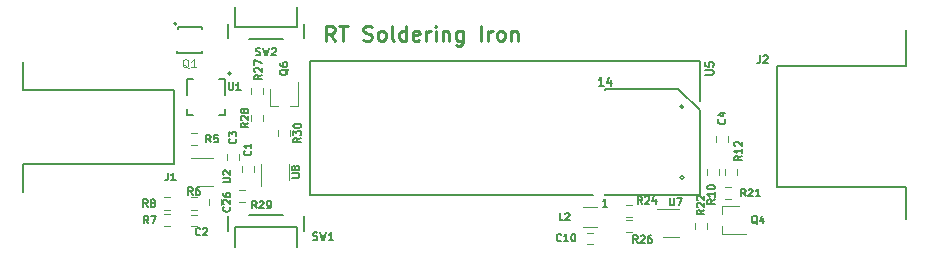
<source format=gto>
G04 #@! TF.FileFunction,Legend,Top*
%FSLAX46Y46*%
G04 Gerber Fmt 4.6, Leading zero omitted, Abs format (unit mm)*
G04 Created by KiCad (PCBNEW 4.0.7) date Sun Oct 15 21:52:05 2017*
%MOMM*%
%LPD*%
G01*
G04 APERTURE LIST*
%ADD10C,0.100000*%
%ADD11C,0.254000*%
%ADD12C,0.150000*%
%ADD13C,0.120000*%
%ADD14C,0.127000*%
%ADD15C,0.125000*%
G04 APERTURE END LIST*
D10*
D11*
X142989904Y-89220524D02*
X142566571Y-88615762D01*
X142264190Y-89220524D02*
X142264190Y-87950524D01*
X142747999Y-87950524D01*
X142868952Y-88011000D01*
X142929428Y-88071476D01*
X142989904Y-88192429D01*
X142989904Y-88373857D01*
X142929428Y-88494810D01*
X142868952Y-88555286D01*
X142747999Y-88615762D01*
X142264190Y-88615762D01*
X143352761Y-87950524D02*
X144078476Y-87950524D01*
X143715619Y-89220524D02*
X143715619Y-87950524D01*
X145408952Y-89160048D02*
X145590380Y-89220524D01*
X145892761Y-89220524D01*
X146013714Y-89160048D01*
X146074190Y-89099571D01*
X146134666Y-88978619D01*
X146134666Y-88857667D01*
X146074190Y-88736714D01*
X146013714Y-88676238D01*
X145892761Y-88615762D01*
X145650857Y-88555286D01*
X145529904Y-88494810D01*
X145469428Y-88434333D01*
X145408952Y-88313381D01*
X145408952Y-88192429D01*
X145469428Y-88071476D01*
X145529904Y-88011000D01*
X145650857Y-87950524D01*
X145953237Y-87950524D01*
X146134666Y-88011000D01*
X146860381Y-89220524D02*
X146739428Y-89160048D01*
X146678952Y-89099571D01*
X146618476Y-88978619D01*
X146618476Y-88615762D01*
X146678952Y-88494810D01*
X146739428Y-88434333D01*
X146860381Y-88373857D01*
X147041809Y-88373857D01*
X147162761Y-88434333D01*
X147223238Y-88494810D01*
X147283714Y-88615762D01*
X147283714Y-88978619D01*
X147223238Y-89099571D01*
X147162761Y-89160048D01*
X147041809Y-89220524D01*
X146860381Y-89220524D01*
X148009429Y-89220524D02*
X147888476Y-89160048D01*
X147828000Y-89039095D01*
X147828000Y-87950524D01*
X149037524Y-89220524D02*
X149037524Y-87950524D01*
X149037524Y-89160048D02*
X148916571Y-89220524D01*
X148674667Y-89220524D01*
X148553714Y-89160048D01*
X148493238Y-89099571D01*
X148432762Y-88978619D01*
X148432762Y-88615762D01*
X148493238Y-88494810D01*
X148553714Y-88434333D01*
X148674667Y-88373857D01*
X148916571Y-88373857D01*
X149037524Y-88434333D01*
X150126095Y-89160048D02*
X150005143Y-89220524D01*
X149763238Y-89220524D01*
X149642286Y-89160048D01*
X149581810Y-89039095D01*
X149581810Y-88555286D01*
X149642286Y-88434333D01*
X149763238Y-88373857D01*
X150005143Y-88373857D01*
X150126095Y-88434333D01*
X150186572Y-88555286D01*
X150186572Y-88676238D01*
X149581810Y-88797190D01*
X150730857Y-89220524D02*
X150730857Y-88373857D01*
X150730857Y-88615762D02*
X150791333Y-88494810D01*
X150851809Y-88434333D01*
X150972762Y-88373857D01*
X151093714Y-88373857D01*
X151517047Y-89220524D02*
X151517047Y-88373857D01*
X151517047Y-87950524D02*
X151456571Y-88011000D01*
X151517047Y-88071476D01*
X151577523Y-88011000D01*
X151517047Y-87950524D01*
X151517047Y-88071476D01*
X152121809Y-88373857D02*
X152121809Y-89220524D01*
X152121809Y-88494810D02*
X152182285Y-88434333D01*
X152303238Y-88373857D01*
X152484666Y-88373857D01*
X152605618Y-88434333D01*
X152666095Y-88555286D01*
X152666095Y-89220524D01*
X153815143Y-88373857D02*
X153815143Y-89401952D01*
X153754666Y-89522905D01*
X153694190Y-89583381D01*
X153573238Y-89643857D01*
X153391809Y-89643857D01*
X153270857Y-89583381D01*
X153815143Y-89160048D02*
X153694190Y-89220524D01*
X153452286Y-89220524D01*
X153331333Y-89160048D01*
X153270857Y-89099571D01*
X153210381Y-88978619D01*
X153210381Y-88615762D01*
X153270857Y-88494810D01*
X153331333Y-88434333D01*
X153452286Y-88373857D01*
X153694190Y-88373857D01*
X153815143Y-88434333D01*
X155387524Y-89220524D02*
X155387524Y-87950524D01*
X155992286Y-89220524D02*
X155992286Y-88373857D01*
X155992286Y-88615762D02*
X156052762Y-88494810D01*
X156113238Y-88434333D01*
X156234191Y-88373857D01*
X156355143Y-88373857D01*
X156959905Y-89220524D02*
X156838952Y-89160048D01*
X156778476Y-89099571D01*
X156718000Y-88978619D01*
X156718000Y-88615762D01*
X156778476Y-88494810D01*
X156838952Y-88434333D01*
X156959905Y-88373857D01*
X157141333Y-88373857D01*
X157262285Y-88434333D01*
X157322762Y-88494810D01*
X157383238Y-88615762D01*
X157383238Y-88978619D01*
X157322762Y-89099571D01*
X157262285Y-89160048D01*
X157141333Y-89220524D01*
X156959905Y-89220524D01*
X157927524Y-88373857D02*
X157927524Y-89220524D01*
X157927524Y-88494810D02*
X157988000Y-88434333D01*
X158108953Y-88373857D01*
X158290381Y-88373857D01*
X158411333Y-88434333D01*
X158471810Y-88555286D01*
X158471810Y-89220524D01*
D12*
X134180000Y-91980000D02*
G75*
G03X134180000Y-91980000I-100000J0D01*
G01*
X133680000Y-92480000D02*
X133180000Y-92480000D01*
X133680000Y-93780000D02*
X133680000Y-92480000D01*
X130480000Y-92480000D02*
X130980000Y-92480000D01*
X130480000Y-93780000D02*
X130480000Y-92480000D01*
X130480000Y-95480000D02*
X130480000Y-94980000D01*
X130980000Y-95480000D02*
X130480000Y-95480000D01*
X133680000Y-95480000D02*
X133180000Y-95480000D01*
X133680000Y-94980000D02*
X133680000Y-95480000D01*
D13*
X133896000Y-98810000D02*
X133896000Y-99310000D01*
X134836000Y-99310000D02*
X134836000Y-98810000D01*
X175298000Y-97286000D02*
X175298000Y-97786000D01*
X176238000Y-97786000D02*
X176238000Y-97286000D01*
X164842000Y-105448000D02*
X164342000Y-105448000D01*
X164342000Y-106388000D02*
X164842000Y-106388000D01*
X163992000Y-103260000D02*
X165192000Y-103260000D01*
X165192000Y-105020000D02*
X163992000Y-105020000D01*
X130814000Y-98066000D02*
X131314000Y-98066000D01*
X131314000Y-97006000D02*
X130814000Y-97006000D01*
X130814000Y-103527000D02*
X131314000Y-103527000D01*
X131314000Y-102467000D02*
X130814000Y-102467000D01*
X129028000Y-103864000D02*
X128528000Y-103864000D01*
X128528000Y-104924000D02*
X129028000Y-104924000D01*
X128528000Y-103527000D02*
X129028000Y-103527000D01*
X129028000Y-102467000D02*
X128528000Y-102467000D01*
X174476000Y-100080000D02*
X174476000Y-100580000D01*
X175536000Y-100580000D02*
X175536000Y-100080000D01*
X177060000Y-100580000D02*
X177060000Y-100080000D01*
X176000000Y-100080000D02*
X176000000Y-100580000D01*
D12*
X129583000Y-87754000D02*
G75*
G03X129583000Y-87754000I-100000J0D01*
G01*
X129583000Y-90254000D02*
X129583000Y-90054000D01*
X131783000Y-90254000D02*
X129583000Y-90254000D01*
X131783000Y-90054000D02*
X131783000Y-90254000D01*
X129683000Y-88054000D02*
X129683000Y-88254000D01*
X131783000Y-88054000D02*
X129683000Y-88054000D01*
X131783000Y-88254000D02*
X131783000Y-88054000D01*
D13*
X132696000Y-99170000D02*
X130796000Y-99170000D01*
X131296000Y-101490000D02*
X132696000Y-101490000D01*
X133312000Y-103120000D02*
X133312000Y-102620000D01*
X132372000Y-102620000D02*
X132372000Y-103120000D01*
D12*
X116586000Y-99620000D02*
X116586000Y-102020000D01*
X116586000Y-93420000D02*
X116586000Y-91020000D01*
X129386000Y-99620000D02*
X116586000Y-99620000D01*
X129386000Y-93420000D02*
X129386000Y-99620000D01*
X116586000Y-93420000D02*
X129386000Y-93420000D01*
X191310000Y-91320000D02*
X191310000Y-88320000D01*
X191310000Y-101620000D02*
X191310000Y-104320000D01*
X180410000Y-91320000D02*
X191310000Y-91320000D01*
X180410000Y-101620000D02*
X180410000Y-91320000D01*
X191310000Y-101620000D02*
X180410000Y-101620000D01*
X164870000Y-102290000D02*
X140870000Y-102290000D01*
X173870000Y-90890000D02*
X173870000Y-94290000D01*
X140870000Y-90890000D02*
X173870000Y-90890000D01*
X140870000Y-102290000D02*
X140870000Y-90890000D01*
X172511421Y-100790000D02*
G75*
G03X172511421Y-100790000I-141421J0D01*
G01*
X172511421Y-94790000D02*
G75*
G03X172511421Y-94790000I-141421J0D01*
G01*
X172070000Y-93290000D02*
X173870000Y-95090000D01*
X165870000Y-93290000D02*
X165870000Y-93390000D01*
X172070000Y-93290000D02*
X165870000Y-93290000D01*
X173870000Y-102290000D02*
X173870000Y-95090000D01*
X165870000Y-102290000D02*
X173870000Y-102290000D01*
X165870000Y-102190000D02*
X165870000Y-102290000D01*
D13*
X175800000Y-103894000D02*
X175800000Y-103234000D01*
X175800000Y-105554000D02*
X175800000Y-104894000D01*
X175800000Y-105554000D02*
X177830000Y-105554000D01*
X177210000Y-103234000D02*
X175800000Y-103234000D01*
X138184000Y-94710000D02*
X137524000Y-94710000D01*
X139844000Y-94710000D02*
X139184000Y-94710000D01*
X139844000Y-94710000D02*
X139844000Y-92680000D01*
X137524000Y-93300000D02*
X137524000Y-94710000D01*
X176026000Y-102638000D02*
X176526000Y-102638000D01*
X176526000Y-101578000D02*
X176026000Y-101578000D01*
X173460000Y-104652000D02*
X173460000Y-105152000D01*
X174520000Y-105152000D02*
X174520000Y-104652000D01*
X168144000Y-103102000D02*
X167644000Y-103102000D01*
X167644000Y-104162000D02*
X168144000Y-104162000D01*
X168144000Y-104372000D02*
X167644000Y-104372000D01*
X167644000Y-105432000D02*
X168144000Y-105432000D01*
X136928000Y-93722000D02*
X136928000Y-93222000D01*
X135868000Y-93222000D02*
X135868000Y-93722000D01*
X136928000Y-96008000D02*
X136928000Y-95508000D01*
X135868000Y-95508000D02*
X135868000Y-96008000D01*
X135378000Y-101832000D02*
X134878000Y-101832000D01*
X134878000Y-102892000D02*
X135378000Y-102892000D01*
X139214000Y-97278000D02*
X139214000Y-96778000D01*
X138154000Y-96778000D02*
X138154000Y-97278000D01*
D12*
X133960000Y-88960000D02*
X133960000Y-87760000D01*
X138560000Y-89060000D02*
X135760000Y-89060000D01*
X140360000Y-87760000D02*
X140360000Y-88960000D01*
X139760000Y-88060000D02*
X139760000Y-86360000D01*
X134560000Y-88060000D02*
X134560000Y-86360000D01*
X139760000Y-88060000D02*
X134560000Y-88060000D01*
D13*
X172150000Y-103488000D02*
X170250000Y-103488000D01*
X170750000Y-105808000D02*
X172150000Y-105808000D01*
X136762000Y-99630000D02*
X136762000Y-101530000D01*
X139082000Y-101030000D02*
X139082000Y-99630000D01*
D12*
X140360000Y-104080000D02*
X140360000Y-105280000D01*
X135760000Y-103980000D02*
X138560000Y-103980000D01*
X133960000Y-105280000D02*
X133960000Y-104080000D01*
X134560000Y-104980000D02*
X134560000Y-106680000D01*
X139760000Y-104980000D02*
X139760000Y-106680000D01*
X134560000Y-104980000D02*
X139760000Y-104980000D01*
D13*
X135166000Y-99826000D02*
X135166000Y-100326000D01*
X136106000Y-100326000D02*
X136106000Y-99826000D01*
X131314000Y-103924000D02*
X130814000Y-103924000D01*
X130814000Y-104864000D02*
X131314000Y-104864000D01*
D14*
X134009190Y-92743262D02*
X134009190Y-93257310D01*
X134039429Y-93317786D01*
X134069667Y-93348024D01*
X134130143Y-93378262D01*
X134251095Y-93378262D01*
X134311571Y-93348024D01*
X134341810Y-93317786D01*
X134372048Y-93257310D01*
X134372048Y-92743262D01*
X135007048Y-93378262D02*
X134644190Y-93378262D01*
X134825619Y-93378262D02*
X134825619Y-92743262D01*
X134765143Y-92833976D01*
X134704667Y-92894452D01*
X134644190Y-92924690D01*
X134592786Y-97514833D02*
X134623024Y-97545071D01*
X134653262Y-97635786D01*
X134653262Y-97696262D01*
X134623024Y-97786976D01*
X134562548Y-97847452D01*
X134502071Y-97877691D01*
X134381119Y-97907929D01*
X134290405Y-97907929D01*
X134169452Y-97877691D01*
X134108976Y-97847452D01*
X134048500Y-97786976D01*
X134018262Y-97696262D01*
X134018262Y-97635786D01*
X134048500Y-97545071D01*
X134078738Y-97514833D01*
X134018262Y-97303167D02*
X134018262Y-96910071D01*
X134260167Y-97121738D01*
X134260167Y-97031024D01*
X134290405Y-96970548D01*
X134320643Y-96940310D01*
X134381119Y-96910071D01*
X134532310Y-96910071D01*
X134592786Y-96940310D01*
X134623024Y-96970548D01*
X134653262Y-97031024D01*
X134653262Y-97212452D01*
X134623024Y-97272929D01*
X134592786Y-97303167D01*
X175994786Y-95863833D02*
X176025024Y-95894071D01*
X176055262Y-95984786D01*
X176055262Y-96045262D01*
X176025024Y-96135976D01*
X175964548Y-96196452D01*
X175904071Y-96226691D01*
X175783119Y-96256929D01*
X175692405Y-96256929D01*
X175571452Y-96226691D01*
X175510976Y-96196452D01*
X175450500Y-96135976D01*
X175420262Y-96045262D01*
X175420262Y-95984786D01*
X175450500Y-95894071D01*
X175480738Y-95863833D01*
X175631929Y-95319548D02*
X176055262Y-95319548D01*
X175390024Y-95470738D02*
X175843595Y-95621929D01*
X175843595Y-95228833D01*
X162151786Y-106144786D02*
X162121548Y-106175024D01*
X162030833Y-106205262D01*
X161970357Y-106205262D01*
X161879643Y-106175024D01*
X161819167Y-106114548D01*
X161788928Y-106054071D01*
X161758690Y-105933119D01*
X161758690Y-105842405D01*
X161788928Y-105721452D01*
X161819167Y-105660976D01*
X161879643Y-105600500D01*
X161970357Y-105570262D01*
X162030833Y-105570262D01*
X162121548Y-105600500D01*
X162151786Y-105630738D01*
X162756548Y-106205262D02*
X162393690Y-106205262D01*
X162575119Y-106205262D02*
X162575119Y-105570262D01*
X162514643Y-105660976D01*
X162454167Y-105721452D01*
X162393690Y-105751690D01*
X163149643Y-105570262D02*
X163210119Y-105570262D01*
X163270595Y-105600500D01*
X163300833Y-105630738D01*
X163331071Y-105691214D01*
X163361310Y-105812167D01*
X163361310Y-105963357D01*
X163331071Y-106084310D01*
X163300833Y-106144786D01*
X163270595Y-106175024D01*
X163210119Y-106205262D01*
X163149643Y-106205262D01*
X163089167Y-106175024D01*
X163058929Y-106144786D01*
X163028690Y-106084310D01*
X162998452Y-105963357D01*
X162998452Y-105812167D01*
X163028690Y-105691214D01*
X163058929Y-105630738D01*
X163089167Y-105600500D01*
X163149643Y-105570262D01*
X162327166Y-104427262D02*
X162024785Y-104427262D01*
X162024785Y-103792262D01*
X162508595Y-103852738D02*
X162538833Y-103822500D01*
X162599310Y-103792262D01*
X162750500Y-103792262D01*
X162810976Y-103822500D01*
X162841214Y-103852738D01*
X162871453Y-103913214D01*
X162871453Y-103973690D01*
X162841214Y-104064405D01*
X162478357Y-104427262D01*
X162871453Y-104427262D01*
X132482167Y-97823262D02*
X132270500Y-97520881D01*
X132119309Y-97823262D02*
X132119309Y-97188262D01*
X132361214Y-97188262D01*
X132421690Y-97218500D01*
X132451929Y-97248738D01*
X132482167Y-97309214D01*
X132482167Y-97399929D01*
X132451929Y-97460405D01*
X132421690Y-97490643D01*
X132361214Y-97520881D01*
X132119309Y-97520881D01*
X133056690Y-97188262D02*
X132754309Y-97188262D01*
X132724071Y-97490643D01*
X132754309Y-97460405D01*
X132814786Y-97430167D01*
X132965976Y-97430167D01*
X133026452Y-97460405D01*
X133056690Y-97490643D01*
X133086929Y-97551119D01*
X133086929Y-97702310D01*
X133056690Y-97762786D01*
X133026452Y-97793024D01*
X132965976Y-97823262D01*
X132814786Y-97823262D01*
X132754309Y-97793024D01*
X132724071Y-97762786D01*
X130958167Y-102268262D02*
X130746500Y-101965881D01*
X130595309Y-102268262D02*
X130595309Y-101633262D01*
X130837214Y-101633262D01*
X130897690Y-101663500D01*
X130927929Y-101693738D01*
X130958167Y-101754214D01*
X130958167Y-101844929D01*
X130927929Y-101905405D01*
X130897690Y-101935643D01*
X130837214Y-101965881D01*
X130595309Y-101965881D01*
X131502452Y-101633262D02*
X131381500Y-101633262D01*
X131321024Y-101663500D01*
X131290786Y-101693738D01*
X131230309Y-101784452D01*
X131200071Y-101905405D01*
X131200071Y-102147310D01*
X131230309Y-102207786D01*
X131260548Y-102238024D01*
X131321024Y-102268262D01*
X131441976Y-102268262D01*
X131502452Y-102238024D01*
X131532690Y-102207786D01*
X131562929Y-102147310D01*
X131562929Y-101996119D01*
X131532690Y-101935643D01*
X131502452Y-101905405D01*
X131441976Y-101875167D01*
X131321024Y-101875167D01*
X131260548Y-101905405D01*
X131230309Y-101935643D01*
X131200071Y-101996119D01*
X127206167Y-104681262D02*
X126994500Y-104378881D01*
X126843309Y-104681262D02*
X126843309Y-104046262D01*
X127085214Y-104046262D01*
X127145690Y-104076500D01*
X127175929Y-104106738D01*
X127206167Y-104167214D01*
X127206167Y-104257929D01*
X127175929Y-104318405D01*
X127145690Y-104348643D01*
X127085214Y-104378881D01*
X126843309Y-104378881D01*
X127417833Y-104046262D02*
X127841167Y-104046262D01*
X127569024Y-104681262D01*
X127148167Y-103284262D02*
X126936500Y-102981881D01*
X126785309Y-103284262D02*
X126785309Y-102649262D01*
X127027214Y-102649262D01*
X127087690Y-102679500D01*
X127117929Y-102709738D01*
X127148167Y-102770214D01*
X127148167Y-102860929D01*
X127117929Y-102921405D01*
X127087690Y-102951643D01*
X127027214Y-102981881D01*
X126785309Y-102981881D01*
X127511024Y-102921405D02*
X127450548Y-102891167D01*
X127420309Y-102860929D01*
X127390071Y-102800452D01*
X127390071Y-102770214D01*
X127420309Y-102709738D01*
X127450548Y-102679500D01*
X127511024Y-102649262D01*
X127631976Y-102649262D01*
X127692452Y-102679500D01*
X127722690Y-102709738D01*
X127752929Y-102770214D01*
X127752929Y-102800452D01*
X127722690Y-102860929D01*
X127692452Y-102891167D01*
X127631976Y-102921405D01*
X127511024Y-102921405D01*
X127450548Y-102951643D01*
X127420309Y-102981881D01*
X127390071Y-103042357D01*
X127390071Y-103163310D01*
X127420309Y-103223786D01*
X127450548Y-103254024D01*
X127511024Y-103284262D01*
X127631976Y-103284262D01*
X127692452Y-103254024D01*
X127722690Y-103223786D01*
X127752929Y-103163310D01*
X127752929Y-103042357D01*
X127722690Y-102981881D01*
X127692452Y-102951643D01*
X127631976Y-102921405D01*
X175166262Y-102643214D02*
X174863881Y-102854881D01*
X175166262Y-103006072D02*
X174531262Y-103006072D01*
X174531262Y-102764167D01*
X174561500Y-102703691D01*
X174591738Y-102673452D01*
X174652214Y-102643214D01*
X174742929Y-102643214D01*
X174803405Y-102673452D01*
X174833643Y-102703691D01*
X174863881Y-102764167D01*
X174863881Y-103006072D01*
X175166262Y-102038452D02*
X175166262Y-102401310D01*
X175166262Y-102219881D02*
X174531262Y-102219881D01*
X174621976Y-102280357D01*
X174682452Y-102340833D01*
X174712690Y-102401310D01*
X174531262Y-101645357D02*
X174531262Y-101584881D01*
X174561500Y-101524405D01*
X174591738Y-101494167D01*
X174652214Y-101463929D01*
X174773167Y-101433690D01*
X174924357Y-101433690D01*
X175045310Y-101463929D01*
X175105786Y-101494167D01*
X175136024Y-101524405D01*
X175166262Y-101584881D01*
X175166262Y-101645357D01*
X175136024Y-101705833D01*
X175105786Y-101736071D01*
X175045310Y-101766310D01*
X174924357Y-101796548D01*
X174773167Y-101796548D01*
X174652214Y-101766310D01*
X174591738Y-101736071D01*
X174561500Y-101705833D01*
X174531262Y-101645357D01*
X177452262Y-98960214D02*
X177149881Y-99171881D01*
X177452262Y-99323072D02*
X176817262Y-99323072D01*
X176817262Y-99081167D01*
X176847500Y-99020691D01*
X176877738Y-98990452D01*
X176938214Y-98960214D01*
X177028929Y-98960214D01*
X177089405Y-98990452D01*
X177119643Y-99020691D01*
X177149881Y-99081167D01*
X177149881Y-99323072D01*
X177452262Y-98355452D02*
X177452262Y-98718310D01*
X177452262Y-98536881D02*
X176817262Y-98536881D01*
X176907976Y-98597357D01*
X176968452Y-98657833D01*
X176998690Y-98718310D01*
X176877738Y-98113548D02*
X176847500Y-98083310D01*
X176817262Y-98022833D01*
X176817262Y-97871643D01*
X176847500Y-97811167D01*
X176877738Y-97780929D01*
X176938214Y-97750690D01*
X176998690Y-97750690D01*
X177089405Y-97780929D01*
X177452262Y-98143786D01*
X177452262Y-97750690D01*
D15*
X130616333Y-91537333D02*
X130549667Y-91504000D01*
X130483000Y-91437333D01*
X130383000Y-91337333D01*
X130316333Y-91304000D01*
X130249667Y-91304000D01*
X130283000Y-91470667D02*
X130216333Y-91437333D01*
X130149667Y-91370667D01*
X130116333Y-91237333D01*
X130116333Y-91004000D01*
X130149667Y-90870667D01*
X130216333Y-90804000D01*
X130283000Y-90770667D01*
X130416333Y-90770667D01*
X130483000Y-90804000D01*
X130549667Y-90870667D01*
X130583000Y-91004000D01*
X130583000Y-91237333D01*
X130549667Y-91370667D01*
X130483000Y-91437333D01*
X130416333Y-91470667D01*
X130283000Y-91470667D01*
X131249666Y-91470667D02*
X130849666Y-91470667D01*
X131049666Y-91470667D02*
X131049666Y-90770667D01*
X130983000Y-90870667D01*
X130916333Y-90937333D01*
X130849666Y-90970667D01*
D14*
X133510262Y-101194810D02*
X134024310Y-101194810D01*
X134084786Y-101164571D01*
X134115024Y-101134333D01*
X134145262Y-101073857D01*
X134145262Y-100952905D01*
X134115024Y-100892429D01*
X134084786Y-100862190D01*
X134024310Y-100831952D01*
X133510262Y-100831952D01*
X133570738Y-100559810D02*
X133540500Y-100529572D01*
X133510262Y-100469095D01*
X133510262Y-100317905D01*
X133540500Y-100257429D01*
X133570738Y-100227191D01*
X133631214Y-100196952D01*
X133691690Y-100196952D01*
X133782405Y-100227191D01*
X134145262Y-100590048D01*
X134145262Y-100196952D01*
X134084786Y-103278214D02*
X134115024Y-103308452D01*
X134145262Y-103399167D01*
X134145262Y-103459643D01*
X134115024Y-103550357D01*
X134054548Y-103610833D01*
X133994071Y-103641072D01*
X133873119Y-103671310D01*
X133782405Y-103671310D01*
X133661452Y-103641072D01*
X133600976Y-103610833D01*
X133540500Y-103550357D01*
X133510262Y-103459643D01*
X133510262Y-103399167D01*
X133540500Y-103308452D01*
X133570738Y-103278214D01*
X133570738Y-103036310D02*
X133540500Y-103006072D01*
X133510262Y-102945595D01*
X133510262Y-102794405D01*
X133540500Y-102733929D01*
X133570738Y-102703691D01*
X133631214Y-102673452D01*
X133691690Y-102673452D01*
X133782405Y-102703691D01*
X134145262Y-103066548D01*
X134145262Y-102673452D01*
X133510262Y-102129167D02*
X133510262Y-102250119D01*
X133540500Y-102310595D01*
X133570738Y-102340833D01*
X133661452Y-102401310D01*
X133782405Y-102431548D01*
X134024310Y-102431548D01*
X134084786Y-102401310D01*
X134115024Y-102371071D01*
X134145262Y-102310595D01*
X134145262Y-102189643D01*
X134115024Y-102129167D01*
X134084786Y-102098929D01*
X134024310Y-102068690D01*
X133873119Y-102068690D01*
X133812643Y-102098929D01*
X133782405Y-102129167D01*
X133752167Y-102189643D01*
X133752167Y-102310595D01*
X133782405Y-102371071D01*
X133812643Y-102401310D01*
X133873119Y-102431548D01*
X128874333Y-100372262D02*
X128874333Y-100825833D01*
X128844095Y-100916548D01*
X128783619Y-100977024D01*
X128692904Y-101007262D01*
X128632428Y-101007262D01*
X129509334Y-101007262D02*
X129146476Y-101007262D01*
X129327905Y-101007262D02*
X129327905Y-100372262D01*
X129267429Y-100462976D01*
X129206953Y-100523452D01*
X129146476Y-100553690D01*
X178985333Y-90457262D02*
X178985333Y-90910833D01*
X178955095Y-91001548D01*
X178894619Y-91062024D01*
X178803904Y-91092262D01*
X178743428Y-91092262D01*
X179257476Y-90517738D02*
X179287714Y-90487500D01*
X179348191Y-90457262D01*
X179499381Y-90457262D01*
X179559857Y-90487500D01*
X179590095Y-90517738D01*
X179620334Y-90578214D01*
X179620334Y-90638690D01*
X179590095Y-90729405D01*
X179227238Y-91092262D01*
X179620334Y-91092262D01*
D12*
X174368667Y-92100333D02*
X174935333Y-92100333D01*
X175002000Y-92067000D01*
X175035333Y-92033667D01*
X175068667Y-91967000D01*
X175068667Y-91833667D01*
X175035333Y-91767000D01*
X175002000Y-91733667D01*
X174935333Y-91700333D01*
X174368667Y-91700333D01*
X174368667Y-91033667D02*
X174368667Y-91367000D01*
X174702000Y-91400334D01*
X174668667Y-91367000D01*
X174635333Y-91300334D01*
X174635333Y-91133667D01*
X174668667Y-91067000D01*
X174702000Y-91033667D01*
X174768667Y-91000334D01*
X174935333Y-91000334D01*
X175002000Y-91033667D01*
X175035333Y-91067000D01*
X175068667Y-91133667D01*
X175068667Y-91300334D01*
X175035333Y-91367000D01*
X175002000Y-91400334D01*
X165736666Y-93006667D02*
X165336666Y-93006667D01*
X165536666Y-93006667D02*
X165536666Y-92306667D01*
X165470000Y-92406667D01*
X165403333Y-92473333D01*
X165336666Y-92506667D01*
X166336667Y-92540000D02*
X166336667Y-93006667D01*
X166170000Y-92273333D02*
X166003333Y-92773333D01*
X166436667Y-92773333D01*
X166070000Y-103306667D02*
X165670000Y-103306667D01*
X165870000Y-103306667D02*
X165870000Y-102606667D01*
X165803334Y-102706667D01*
X165736667Y-102773333D01*
X165670000Y-102806667D01*
D14*
X178755524Y-104741738D02*
X178695048Y-104711500D01*
X178634571Y-104651024D01*
X178543857Y-104560310D01*
X178483381Y-104530071D01*
X178422905Y-104530071D01*
X178453143Y-104681262D02*
X178392667Y-104651024D01*
X178332190Y-104590548D01*
X178301952Y-104469595D01*
X178301952Y-104257929D01*
X178332190Y-104136976D01*
X178392667Y-104076500D01*
X178453143Y-104046262D01*
X178574095Y-104046262D01*
X178634571Y-104076500D01*
X178695048Y-104136976D01*
X178725286Y-104257929D01*
X178725286Y-104469595D01*
X178695048Y-104590548D01*
X178634571Y-104651024D01*
X178574095Y-104681262D01*
X178453143Y-104681262D01*
X179269571Y-104257929D02*
X179269571Y-104681262D01*
X179118381Y-104016024D02*
X178967190Y-104469595D01*
X179360286Y-104469595D01*
X139031738Y-91627476D02*
X139001500Y-91687952D01*
X138941024Y-91748429D01*
X138850310Y-91839143D01*
X138820071Y-91899619D01*
X138820071Y-91960095D01*
X138971262Y-91929857D02*
X138941024Y-91990333D01*
X138880548Y-92050810D01*
X138759595Y-92081048D01*
X138547929Y-92081048D01*
X138426976Y-92050810D01*
X138366500Y-91990333D01*
X138336262Y-91929857D01*
X138336262Y-91808905D01*
X138366500Y-91748429D01*
X138426976Y-91687952D01*
X138547929Y-91657714D01*
X138759595Y-91657714D01*
X138880548Y-91687952D01*
X138941024Y-91748429D01*
X138971262Y-91808905D01*
X138971262Y-91929857D01*
X138336262Y-91113429D02*
X138336262Y-91234381D01*
X138366500Y-91294857D01*
X138396738Y-91325095D01*
X138487452Y-91385572D01*
X138608405Y-91415810D01*
X138850310Y-91415810D01*
X138910786Y-91385572D01*
X138941024Y-91355333D01*
X138971262Y-91294857D01*
X138971262Y-91173905D01*
X138941024Y-91113429D01*
X138910786Y-91083191D01*
X138850310Y-91052952D01*
X138699119Y-91052952D01*
X138638643Y-91083191D01*
X138608405Y-91113429D01*
X138578167Y-91173905D01*
X138578167Y-91294857D01*
X138608405Y-91355333D01*
X138638643Y-91385572D01*
X138699119Y-91415810D01*
X177772786Y-102395262D02*
X177561119Y-102092881D01*
X177409928Y-102395262D02*
X177409928Y-101760262D01*
X177651833Y-101760262D01*
X177712309Y-101790500D01*
X177742548Y-101820738D01*
X177772786Y-101881214D01*
X177772786Y-101971929D01*
X177742548Y-102032405D01*
X177712309Y-102062643D01*
X177651833Y-102092881D01*
X177409928Y-102092881D01*
X178014690Y-101820738D02*
X178044928Y-101790500D01*
X178105405Y-101760262D01*
X178256595Y-101760262D01*
X178317071Y-101790500D01*
X178347309Y-101820738D01*
X178377548Y-101881214D01*
X178377548Y-101941690D01*
X178347309Y-102032405D01*
X177984452Y-102395262D01*
X178377548Y-102395262D01*
X178982310Y-102395262D02*
X178619452Y-102395262D01*
X178800881Y-102395262D02*
X178800881Y-101760262D01*
X178740405Y-101850976D01*
X178679929Y-101911452D01*
X178619452Y-101941690D01*
X174277262Y-103532214D02*
X173974881Y-103743881D01*
X174277262Y-103895072D02*
X173642262Y-103895072D01*
X173642262Y-103653167D01*
X173672500Y-103592691D01*
X173702738Y-103562452D01*
X173763214Y-103532214D01*
X173853929Y-103532214D01*
X173914405Y-103562452D01*
X173944643Y-103592691D01*
X173974881Y-103653167D01*
X173974881Y-103895072D01*
X173702738Y-103290310D02*
X173672500Y-103260072D01*
X173642262Y-103199595D01*
X173642262Y-103048405D01*
X173672500Y-102987929D01*
X173702738Y-102957691D01*
X173763214Y-102927452D01*
X173823690Y-102927452D01*
X173914405Y-102957691D01*
X174277262Y-103320548D01*
X174277262Y-102927452D01*
X173702738Y-102685548D02*
X173672500Y-102655310D01*
X173642262Y-102594833D01*
X173642262Y-102443643D01*
X173672500Y-102383167D01*
X173702738Y-102352929D01*
X173763214Y-102322690D01*
X173823690Y-102322690D01*
X173914405Y-102352929D01*
X174277262Y-102715786D01*
X174277262Y-102322690D01*
X169009786Y-103030262D02*
X168798119Y-102727881D01*
X168646928Y-103030262D02*
X168646928Y-102395262D01*
X168888833Y-102395262D01*
X168949309Y-102425500D01*
X168979548Y-102455738D01*
X169009786Y-102516214D01*
X169009786Y-102606929D01*
X168979548Y-102667405D01*
X168949309Y-102697643D01*
X168888833Y-102727881D01*
X168646928Y-102727881D01*
X169251690Y-102455738D02*
X169281928Y-102425500D01*
X169342405Y-102395262D01*
X169493595Y-102395262D01*
X169554071Y-102425500D01*
X169584309Y-102455738D01*
X169614548Y-102516214D01*
X169614548Y-102576690D01*
X169584309Y-102667405D01*
X169221452Y-103030262D01*
X169614548Y-103030262D01*
X170158833Y-102606929D02*
X170158833Y-103030262D01*
X170007643Y-102365024D02*
X169856452Y-102818595D01*
X170249548Y-102818595D01*
X168628786Y-106332262D02*
X168417119Y-106029881D01*
X168265928Y-106332262D02*
X168265928Y-105697262D01*
X168507833Y-105697262D01*
X168568309Y-105727500D01*
X168598548Y-105757738D01*
X168628786Y-105818214D01*
X168628786Y-105908929D01*
X168598548Y-105969405D01*
X168568309Y-105999643D01*
X168507833Y-106029881D01*
X168265928Y-106029881D01*
X168870690Y-105757738D02*
X168900928Y-105727500D01*
X168961405Y-105697262D01*
X169112595Y-105697262D01*
X169173071Y-105727500D01*
X169203309Y-105757738D01*
X169233548Y-105818214D01*
X169233548Y-105878690D01*
X169203309Y-105969405D01*
X168840452Y-106332262D01*
X169233548Y-106332262D01*
X169777833Y-105697262D02*
X169656881Y-105697262D01*
X169596405Y-105727500D01*
X169566167Y-105757738D01*
X169505690Y-105848452D01*
X169475452Y-105969405D01*
X169475452Y-106211310D01*
X169505690Y-106271786D01*
X169535929Y-106302024D01*
X169596405Y-106332262D01*
X169717357Y-106332262D01*
X169777833Y-106302024D01*
X169808071Y-106271786D01*
X169838310Y-106211310D01*
X169838310Y-106060119D01*
X169808071Y-105999643D01*
X169777833Y-105969405D01*
X169717357Y-105939167D01*
X169596405Y-105939167D01*
X169535929Y-105969405D01*
X169505690Y-105999643D01*
X169475452Y-106060119D01*
X136812262Y-92102214D02*
X136509881Y-92313881D01*
X136812262Y-92465072D02*
X136177262Y-92465072D01*
X136177262Y-92223167D01*
X136207500Y-92162691D01*
X136237738Y-92132452D01*
X136298214Y-92102214D01*
X136388929Y-92102214D01*
X136449405Y-92132452D01*
X136479643Y-92162691D01*
X136509881Y-92223167D01*
X136509881Y-92465072D01*
X136237738Y-91860310D02*
X136207500Y-91830072D01*
X136177262Y-91769595D01*
X136177262Y-91618405D01*
X136207500Y-91557929D01*
X136237738Y-91527691D01*
X136298214Y-91497452D01*
X136358690Y-91497452D01*
X136449405Y-91527691D01*
X136812262Y-91890548D01*
X136812262Y-91497452D01*
X136177262Y-91285786D02*
X136177262Y-90862452D01*
X136812262Y-91134595D01*
X135669262Y-96166214D02*
X135366881Y-96377881D01*
X135669262Y-96529072D02*
X135034262Y-96529072D01*
X135034262Y-96287167D01*
X135064500Y-96226691D01*
X135094738Y-96196452D01*
X135155214Y-96166214D01*
X135245929Y-96166214D01*
X135306405Y-96196452D01*
X135336643Y-96226691D01*
X135366881Y-96287167D01*
X135366881Y-96529072D01*
X135094738Y-95924310D02*
X135064500Y-95894072D01*
X135034262Y-95833595D01*
X135034262Y-95682405D01*
X135064500Y-95621929D01*
X135094738Y-95591691D01*
X135155214Y-95561452D01*
X135215690Y-95561452D01*
X135306405Y-95591691D01*
X135669262Y-95954548D01*
X135669262Y-95561452D01*
X135306405Y-95198595D02*
X135276167Y-95259071D01*
X135245929Y-95289310D01*
X135185452Y-95319548D01*
X135155214Y-95319548D01*
X135094738Y-95289310D01*
X135064500Y-95259071D01*
X135034262Y-95198595D01*
X135034262Y-95077643D01*
X135064500Y-95017167D01*
X135094738Y-94986929D01*
X135155214Y-94956690D01*
X135185452Y-94956690D01*
X135245929Y-94986929D01*
X135276167Y-95017167D01*
X135306405Y-95077643D01*
X135306405Y-95198595D01*
X135336643Y-95259071D01*
X135366881Y-95289310D01*
X135427357Y-95319548D01*
X135548310Y-95319548D01*
X135608786Y-95289310D01*
X135639024Y-95259071D01*
X135669262Y-95198595D01*
X135669262Y-95077643D01*
X135639024Y-95017167D01*
X135608786Y-94986929D01*
X135548310Y-94956690D01*
X135427357Y-94956690D01*
X135366881Y-94986929D01*
X135336643Y-95017167D01*
X135306405Y-95077643D01*
X136370786Y-103411262D02*
X136159119Y-103108881D01*
X136007928Y-103411262D02*
X136007928Y-102776262D01*
X136249833Y-102776262D01*
X136310309Y-102806500D01*
X136340548Y-102836738D01*
X136370786Y-102897214D01*
X136370786Y-102987929D01*
X136340548Y-103048405D01*
X136310309Y-103078643D01*
X136249833Y-103108881D01*
X136007928Y-103108881D01*
X136612690Y-102836738D02*
X136642928Y-102806500D01*
X136703405Y-102776262D01*
X136854595Y-102776262D01*
X136915071Y-102806500D01*
X136945309Y-102836738D01*
X136975548Y-102897214D01*
X136975548Y-102957690D01*
X136945309Y-103048405D01*
X136582452Y-103411262D01*
X136975548Y-103411262D01*
X137277929Y-103411262D02*
X137398881Y-103411262D01*
X137459357Y-103381024D01*
X137489595Y-103350786D01*
X137550071Y-103260071D01*
X137580310Y-103139119D01*
X137580310Y-102897214D01*
X137550071Y-102836738D01*
X137519833Y-102806500D01*
X137459357Y-102776262D01*
X137338405Y-102776262D01*
X137277929Y-102806500D01*
X137247690Y-102836738D01*
X137217452Y-102897214D01*
X137217452Y-103048405D01*
X137247690Y-103108881D01*
X137277929Y-103139119D01*
X137338405Y-103169357D01*
X137459357Y-103169357D01*
X137519833Y-103139119D01*
X137550071Y-103108881D01*
X137580310Y-103048405D01*
X140114262Y-97436214D02*
X139811881Y-97647881D01*
X140114262Y-97799072D02*
X139479262Y-97799072D01*
X139479262Y-97557167D01*
X139509500Y-97496691D01*
X139539738Y-97466452D01*
X139600214Y-97436214D01*
X139690929Y-97436214D01*
X139751405Y-97466452D01*
X139781643Y-97496691D01*
X139811881Y-97557167D01*
X139811881Y-97799072D01*
X139479262Y-97224548D02*
X139479262Y-96831452D01*
X139721167Y-97043119D01*
X139721167Y-96952405D01*
X139751405Y-96891929D01*
X139781643Y-96861691D01*
X139842119Y-96831452D01*
X139993310Y-96831452D01*
X140053786Y-96861691D01*
X140084024Y-96891929D01*
X140114262Y-96952405D01*
X140114262Y-97133833D01*
X140084024Y-97194310D01*
X140053786Y-97224548D01*
X139479262Y-96438357D02*
X139479262Y-96377881D01*
X139509500Y-96317405D01*
X139539738Y-96287167D01*
X139600214Y-96256929D01*
X139721167Y-96226690D01*
X139872357Y-96226690D01*
X139993310Y-96256929D01*
X140053786Y-96287167D01*
X140084024Y-96317405D01*
X140114262Y-96377881D01*
X140114262Y-96438357D01*
X140084024Y-96498833D01*
X140053786Y-96529071D01*
X139993310Y-96559310D01*
X139872357Y-96589548D01*
X139721167Y-96589548D01*
X139600214Y-96559310D01*
X139539738Y-96529071D01*
X139509500Y-96498833D01*
X139479262Y-96438357D01*
X136313333Y-90417024D02*
X136404048Y-90447262D01*
X136555238Y-90447262D01*
X136615714Y-90417024D01*
X136645952Y-90386786D01*
X136676191Y-90326310D01*
X136676191Y-90265833D01*
X136645952Y-90205357D01*
X136615714Y-90175119D01*
X136555238Y-90144881D01*
X136434286Y-90114643D01*
X136373810Y-90084405D01*
X136343571Y-90054167D01*
X136313333Y-89993690D01*
X136313333Y-89933214D01*
X136343571Y-89872738D01*
X136373810Y-89842500D01*
X136434286Y-89812262D01*
X136585476Y-89812262D01*
X136676191Y-89842500D01*
X136887857Y-89812262D02*
X137039048Y-90447262D01*
X137160000Y-89993690D01*
X137280953Y-90447262D01*
X137432143Y-89812262D01*
X137643809Y-89872738D02*
X137674047Y-89842500D01*
X137734524Y-89812262D01*
X137885714Y-89812262D01*
X137946190Y-89842500D01*
X137976428Y-89872738D01*
X138006667Y-89933214D01*
X138006667Y-89993690D01*
X137976428Y-90084405D01*
X137613571Y-90447262D01*
X138006667Y-90447262D01*
X171347190Y-102522262D02*
X171347190Y-103036310D01*
X171377429Y-103096786D01*
X171407667Y-103127024D01*
X171468143Y-103157262D01*
X171589095Y-103157262D01*
X171649571Y-103127024D01*
X171679810Y-103096786D01*
X171710048Y-103036310D01*
X171710048Y-102522262D01*
X171951952Y-102522262D02*
X172375286Y-102522262D01*
X172103143Y-103157262D01*
X139352262Y-100813810D02*
X139866310Y-100813810D01*
X139926786Y-100783571D01*
X139957024Y-100753333D01*
X139987262Y-100692857D01*
X139987262Y-100571905D01*
X139957024Y-100511429D01*
X139926786Y-100481190D01*
X139866310Y-100450952D01*
X139352262Y-100450952D01*
X139624405Y-100057857D02*
X139594167Y-100118333D01*
X139563929Y-100148572D01*
X139503452Y-100178810D01*
X139473214Y-100178810D01*
X139412738Y-100148572D01*
X139382500Y-100118333D01*
X139352262Y-100057857D01*
X139352262Y-99936905D01*
X139382500Y-99876429D01*
X139412738Y-99846191D01*
X139473214Y-99815952D01*
X139503452Y-99815952D01*
X139563929Y-99846191D01*
X139594167Y-99876429D01*
X139624405Y-99936905D01*
X139624405Y-100057857D01*
X139654643Y-100118333D01*
X139684881Y-100148572D01*
X139745357Y-100178810D01*
X139866310Y-100178810D01*
X139926786Y-100148572D01*
X139957024Y-100118333D01*
X139987262Y-100057857D01*
X139987262Y-99936905D01*
X139957024Y-99876429D01*
X139926786Y-99846191D01*
X139866310Y-99815952D01*
X139745357Y-99815952D01*
X139684881Y-99846191D01*
X139654643Y-99876429D01*
X139624405Y-99936905D01*
X141139333Y-106048024D02*
X141230048Y-106078262D01*
X141381238Y-106078262D01*
X141441714Y-106048024D01*
X141471952Y-106017786D01*
X141502191Y-105957310D01*
X141502191Y-105896833D01*
X141471952Y-105836357D01*
X141441714Y-105806119D01*
X141381238Y-105775881D01*
X141260286Y-105745643D01*
X141199810Y-105715405D01*
X141169571Y-105685167D01*
X141139333Y-105624690D01*
X141139333Y-105564214D01*
X141169571Y-105503738D01*
X141199810Y-105473500D01*
X141260286Y-105443262D01*
X141411476Y-105443262D01*
X141502191Y-105473500D01*
X141713857Y-105443262D02*
X141865048Y-106078262D01*
X141986000Y-105624690D01*
X142106953Y-106078262D01*
X142258143Y-105443262D01*
X142832667Y-106078262D02*
X142469809Y-106078262D01*
X142651238Y-106078262D02*
X142651238Y-105443262D01*
X142590762Y-105533976D01*
X142530286Y-105594452D01*
X142469809Y-105624690D01*
X135862786Y-98530833D02*
X135893024Y-98561071D01*
X135923262Y-98651786D01*
X135923262Y-98712262D01*
X135893024Y-98802976D01*
X135832548Y-98863452D01*
X135772071Y-98893691D01*
X135651119Y-98923929D01*
X135560405Y-98923929D01*
X135439452Y-98893691D01*
X135378976Y-98863452D01*
X135318500Y-98802976D01*
X135288262Y-98712262D01*
X135288262Y-98651786D01*
X135318500Y-98561071D01*
X135348738Y-98530833D01*
X135923262Y-97926071D02*
X135923262Y-98288929D01*
X135923262Y-98107500D02*
X135288262Y-98107500D01*
X135378976Y-98167976D01*
X135439452Y-98228452D01*
X135469690Y-98288929D01*
X131593167Y-105636786D02*
X131562929Y-105667024D01*
X131472214Y-105697262D01*
X131411738Y-105697262D01*
X131321024Y-105667024D01*
X131260548Y-105606548D01*
X131230309Y-105546071D01*
X131200071Y-105425119D01*
X131200071Y-105334405D01*
X131230309Y-105213452D01*
X131260548Y-105152976D01*
X131321024Y-105092500D01*
X131411738Y-105062262D01*
X131472214Y-105062262D01*
X131562929Y-105092500D01*
X131593167Y-105122738D01*
X131835071Y-105122738D02*
X131865309Y-105092500D01*
X131925786Y-105062262D01*
X132076976Y-105062262D01*
X132137452Y-105092500D01*
X132167690Y-105122738D01*
X132197929Y-105183214D01*
X132197929Y-105243690D01*
X132167690Y-105334405D01*
X131804833Y-105697262D01*
X132197929Y-105697262D01*
M02*

</source>
